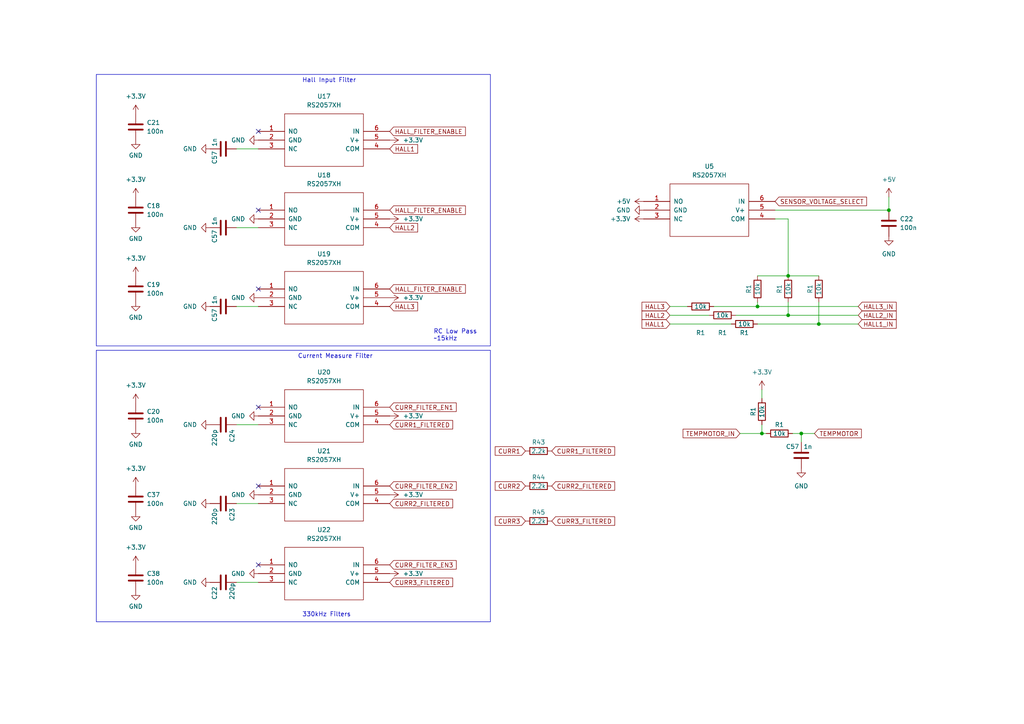
<source format=kicad_sch>
(kicad_sch (version 20230121) (generator eeschema)
  (paper "A4")
  (lib_symbols
    (symbol "Device:C" (pin_numbers hide) (pin_names (offset 0.254))
      (property "Reference" "C" (at 0.635 2.54 0))
      (property "Value" "C" (at 0.635 -2.54 0))
      (symbol "C_0_1"
        (polyline (pts (xy -2.032 -0.762) (xy 2.032 -0.762)) (stroke (width 0.508)))
        (polyline (pts (xy -2.032 0.762) (xy 2.032 0.762)) (stroke (width 0.508)))
      )
      (symbol "C_1_1"
        (pin passive line (at 0 3.81 270) (length 2.794) (name "~") (number "1"))
        (pin passive line (at 0 -3.81 90) (length 2.794) (name "~") (number "2"))
      )
    )
    (symbol "Device:R" (pin_numbers hide) (pin_names (offset 0))
      (property "Reference" "R" (at 2.032 0 90))
      (property "Value" "R" (at 0 0 90))
      (symbol "R_0_1"
        (rectangle (start -1.016 -2.54) (end 1.016 2.54) (stroke (width 0.254)))
      )
      (symbol "R_1_1"
        (pin passive line (at 0 3.81 270) (length 1.27) (name "~") (number "1"))
        (pin passive line (at 0 -3.81 90) (length 1.27) (name "~") (number "2"))
      )
    )
    (symbol "GigaVescSymbols:RS2057XH" (pin_names (offset 1.016))
      (property "Reference" "U" (at 0 -2.54 0))
      (property "Value" "RS2057XH" (at 0 -8.89 0))
      (symbol "RS2057XH_1_0"
        (rectangle (start -11.43 -7.62) (end 11.43 7.62))
      )
      (symbol "RS2057XH_1_1"
        (pin input line (at -19.05 2.54 0) (length 7.62) (name "NO") (number "1"))
        (pin input line (at -19.05 0 0) (length 7.62) (name "GND") (number "2"))
        (pin input line (at -19.05 -2.54 0) (length 7.62) (name "NC") (number "3"))
        (pin input line (at 19.05 -2.54 180) (length 7.62) (name "COM") (number "4"))
        (pin input line (at 19.05 0 180) (length 7.62) (name "V+") (number "5"))
        (pin input line (at 19.05 2.54 180) (length 7.62) (name "IN") (number "6"))
      )
    )
    (symbol "power:+3.3V" (power) (pin_names (offset 0))
      (property "Value" "+3.3V" (at 0 3.556 0))
      (symbol "+3.3V_0_1"
        (polyline (pts (xy -0.762 1.27) (xy 0 2.54)))
        (polyline (pts (xy 0 0) (xy 0 2.54)))
        (polyline (pts (xy 0 2.54) (xy 0.762 1.27)))
      )
      (symbol "+3.3V_1_1"
        (pin power_in line (at 0 0 90) (length 0) hide (name "+3.3V") (number "1"))
      )
    )
    (symbol "power:+5V" (power) (pin_names (offset 0))
      (property "Value" "+5V" (at 0 3.556 0))
      (symbol "+5V_0_1"
        (polyline (pts (xy -0.762 1.27) (xy 0 2.54)))
        (polyline (pts (xy 0 0) (xy 0 2.54)))
        (polyline (pts (xy 0 2.54) (xy 0.762 1.27)))
      )
      (symbol "+5V_1_1"
        (pin power_in line (at 0 0 90) (length 0) hide (name "+5V") (number "1"))
      )
    )
    (symbol "power:GND" (power) (pin_names (offset 0))
      (property "Value" "GND" (at 0 -3.81 0))
      (symbol "GND_0_1"
        (polyline (pts (xy 0 0) (xy 0 -1.27) (xy 1.27 -1.27) (xy 0 -2.54) (xy -1.27 -1.27) (xy 0 -1.27)))
      )
      (symbol "GND_1_1"
        (pin power_in line (at 0 0 270) (length 0) hide (name "GND") (number "1"))
      )
    )
  )
  (junction (at 219.71 88.9))
  (junction (at 257.81 60.96))
  (junction (at 228.6 91.44))
  (junction (at 237.49 93.98))
  (junction (at 228.6 80.01))
  (junction (at 232.41 125.73))
  (junction (at 220.98 125.73))
  (no_connect (at 74.93 140.97))
  (no_connect (at 74.93 83.82))
  (no_connect (at 74.93 118.11))
  (no_connect (at 74.93 38.1))
  (no_connect (at 74.93 163.83))
  (no_connect (at 74.93 60.96))
  (wire (pts (xy 213.36 91.44) (xy 228.6 91.44)))
  (wire (pts (xy 68.58 43.18) (xy 74.93 43.18)))
  (wire (pts (xy 257.81 57.15) (xy 257.81 60.96)))
  (wire (pts (xy 68.58 123.19) (xy 74.93 123.19)))
  (wire (pts (xy 68.58 88.9) (xy 74.93 88.9)))
  (wire (pts (xy 194.31 93.98) (xy 212.09 93.98)))
  (wire (pts (xy 207.01 88.9) (xy 219.71 88.9)))
  (wire (pts (xy 237.49 93.98) (xy 248.92 93.98)))
  (wire (pts (xy 214.63 125.73) (xy 220.98 125.73)))
  (wire (pts (xy 219.71 87.63) (xy 219.71 88.9)))
  (wire (pts (xy 68.58 66.04) (xy 74.93 66.04)))
  (wire (pts (xy 219.71 93.98) (xy 237.49 93.98)))
  (wire (pts (xy 219.71 88.9) (xy 248.92 88.9)))
  (wire (pts (xy 68.58 168.91) (xy 74.93 168.91)))
  (wire (pts (xy 224.79 60.96) (xy 257.81 60.96)))
  (wire (pts (xy 220.98 125.73) (xy 222.25 125.73)))
  (wire (pts (xy 229.87 125.73) (xy 232.41 125.73)))
  (wire (pts (xy 220.98 113.03) (xy 220.98 115.57)))
  (wire (pts (xy 228.6 91.44) (xy 248.92 91.44)))
  (wire (pts (xy 219.71 80.01) (xy 228.6 80.01)))
  (wire (pts (xy 237.49 87.63) (xy 237.49 93.98)))
  (wire (pts (xy 220.98 123.19) (xy 220.98 125.73)))
  (wire (pts (xy 194.31 88.9) (xy 199.39 88.9)))
  (wire (pts (xy 228.6 80.01) (xy 237.49 80.01)))
  (wire (pts (xy 228.6 87.63) (xy 228.6 91.44)))
  (wire (pts (xy 232.41 125.73) (xy 236.22 125.73)))
  (wire (pts (xy 228.6 63.5) (xy 228.6 80.01)))
  (wire (pts (xy 68.58 146.05) (xy 74.93 146.05)))
  (wire (pts (xy 232.41 125.73) (xy 232.41 128.27)))
  (wire (pts (xy 194.31 91.44) (xy 205.74 91.44)))
  (wire (pts (xy 224.79 63.5) (xy 228.6 63.5)))
  (rectangle (start 27.94 101.6) (end 142.24 180.34))
  (rectangle (start 27.94 21.59) (end 142.24 100.33))
  (text "330kHz Filters" (at 87.63 179.07 0) (effects (font (size 1.27 1.27)) (justify left bottom)))
  (text "Current Measure Filter" (at 86.36 104.14 0) (effects (font (size 1.27 1.27)) (justify left bottom)))
  (text "RC Low Pass\n~15kHz" (at 125.73 99.06 0) (effects (font (size 1.27 1.27)) (justify left bottom)))
  (text "Hall Input Filter" (at 87.63 24.13 0) (effects (font (size 1.27 1.27)) (justify left bottom)))
  (global_label "HALL2_IN" (shape input) (at 248.92 91.44 0) (property "Intersheetrefs" "${INTERSHEET_REFS}" (effects hide)))
  (global_label "CURR_FILTER_EN1" (shape input) (at 113.03 118.11 0) (property "Intersheetrefs" "${INTERSHEET_REFS}" (effects hide)))
  (global_label "CURR_FILTER_EN2" (shape input) (at 113.03 140.97 0) (property "Intersheetrefs" "${INTERSHEET_REFS}" (effects hide)))
  (global_label "CURR2" (shape input) (at 152.4 140.97 180) (property "Intersheetrefs" "${INTERSHEET_REFS}" (effects hide)))
  (global_label "CURR1_FILTERED" (shape input) (at 160.02 130.81 0) (property "Intersheetrefs" "${INTERSHEET_REFS}" (effects hide)))
  (global_label "SENSOR_VOLTAGE_SELECT" (shape input) (at 224.79 58.42 0) (property "Intersheetrefs" "${INTERSHEET_REFS}" (effects hide)))
  (global_label "TEMPMOTOR" (shape input) (at 236.22 125.73 0) (property "Intersheetrefs" "${INTERSHEET_REFS}" (effects hide)))
  (global_label "CURR3" (shape input) (at 152.4 151.13 180) (property "Intersheetrefs" "${INTERSHEET_REFS}" (effects hide)))
  (global_label "HALL2" (shape input) (at 113.03 66.04 0) (property "Intersheetrefs" "${INTERSHEET_REFS}" (effects hide)))
  (global_label "CURR1_FILTERED" (shape input) (at 113.03 123.19 0) (property "Intersheetrefs" "${INTERSHEET_REFS}" (effects hide)))
  (global_label "CURR_FILTER_EN3" (shape input) (at 113.03 163.83 0) (property "Intersheetrefs" "${INTERSHEET_REFS}" (effects hide)))
  (global_label "CURR2_FILTERED" (shape input) (at 160.02 140.97 0) (property "Intersheetrefs" "${INTERSHEET_REFS}" (effects hide)))
  (global_label "HALL_FILTER_ENABLE" (shape input) (at 113.03 83.82 0) (property "Intersheetrefs" "${INTERSHEET_REFS}" (effects hide)))
  (global_label "HALL3" (shape input) (at 113.03 88.9 0) (property "Intersheetrefs" "${INTERSHEET_REFS}" (effects hide)))
  (global_label "TEMPMOTOR_IN" (shape input) (at 214.63 125.73 180) (property "Intersheetrefs" "${INTERSHEET_REFS}" (effects hide)))
  (global_label "HALL_FILTER_ENABLE" (shape input) (at 113.03 38.1 0) (property "Intersheetrefs" "${INTERSHEET_REFS}" (effects hide)))
  (global_label "HALL1" (shape input) (at 194.31 93.98 180) (property "Intersheetrefs" "${INTERSHEET_REFS}" (effects hide)))
  (global_label "HALL1" (shape input) (at 113.03 43.18 0) (property "Intersheetrefs" "${INTERSHEET_REFS}" (effects hide)))
  (global_label "HALL2" (shape input) (at 194.31 91.44 180) (property "Intersheetrefs" "${INTERSHEET_REFS}" (effects hide)))
  (global_label "HALL3" (shape input) (at 194.31 88.9 180) (property "Intersheetrefs" "${INTERSHEET_REFS}" (effects hide)))
  (global_label "HALL3_IN" (shape input) (at 248.92 88.9 0) (property "Intersheetrefs" "${INTERSHEET_REFS}" (effects hide)))
  (global_label "HALL_FILTER_ENABLE" (shape input) (at 113.03 60.96 0) (property "Intersheetrefs" "${INTERSHEET_REFS}" (effects hide)))
  (global_label "HALL1_IN" (shape input) (at 248.92 93.98 0) (property "Intersheetrefs" "${INTERSHEET_REFS}" (effects hide)))
  (global_label "CURR2_FILTERED" (shape input) (at 113.03 146.05 0) (property "Intersheetrefs" "${INTERSHEET_REFS}" (effects hide)))
  (global_label "CURR3_FILTERED" (shape input) (at 160.02 151.13 0) (property "Intersheetrefs" "${INTERSHEET_REFS}" (effects hide)))
  (global_label "CURR3_FILTERED" (shape input) (at 113.03 168.91 0) (property "Intersheetrefs" "${INTERSHEET_REFS}" (effects hide)))
  (global_label "CURR1" (shape input) (at 152.4 130.81 180) (property "Intersheetrefs" "${INTERSHEET_REFS}" (effects hide)))
  (symbol (lib_id "power:GND") (at 39.37 148.59 0) (unit 1)
    (property "Reference" "#PWR0170" (effects hide))
    (property "Value" "GND" (at 39.37 153.035 0))
  )
  (symbol (lib_id "power:+5V") (at 186.69 58.42 90) (unit 1)
    (property "Reference" "#PWR031" (effects hide))
    (property "Value" "+5V" (at 182.88 58.42 90) (effects (justify left)))
  )
  (symbol (lib_id "power:+3.3V") (at 113.03 40.64 270) (unit 1)
    (property "Reference" "#PWR0149" (effects hide))
    (property "Value" "+3.3V" (at 116.84 40.64 90) (effects (justify left)))
  )
  (symbol (lib_id "Device:C") (at 257.81 64.77 0) (unit 1)
    (property "Reference" "C22" (at 260.985 63.5 0) (effects (justify left)))
    (property "Value" "100n" (at 260.985 66.04 0) (effects (justify left)))
    (property "Footprint" "GigaVescLibs:C_0603_1608Metric_L" (effects hide))
    (property "MPN" "C14663" (effects hide))
  )
  (symbol (lib_id "GigaVescSymbols:RS2057XH") (at 93.98 120.65 0) (unit 1)
    (property "Reference" "U20" (at 93.98 107.95 0))
    (property "Value" "RS2057XH" (at 93.98 110.49 0))
    (property "Footprint" "Package_TO_SOT_SMD:SOT-23-6" (effects hide))
    (property "Datasheet" "DOCUMENTATION" (effects hide))
    (property "MPN" "C255474" (effects hide))
    (property "JLCRotOffset" "-180" (effects hide))
  )
  (symbol (lib_id "power:+3.3V") (at 113.03 166.37 270) (unit 1)
    (property "Reference" "#PWR0165" (effects hide))
    (property "Value" "+3.3V" (at 116.84 166.37 90) (effects (justify left)))
  )
  (symbol (lib_id "Device:C") (at 39.37 36.83 0) (unit 1)
    (property "Reference" "C21" (at 42.545 35.56 0) (effects (justify left)))
    (property "Value" "100n" (at 42.545 38.1 0) (effects (justify left)))
    (property "Footprint" "GigaVescLibs:C_0603_1608Metric_L" (effects hide))
    (property "MPN" "C14663" (effects hide))
  )
  (symbol (lib_id "Device:R") (at 220.98 119.38 180) (unit 1)
    (property "Reference" "R1" (at 218.44 119.38 90))
    (property "Value" "10k" (at 220.98 119.38 90))
    (property "Footprint" "Resistor_SMD:R_0603_1608Metric" (effects hide))
    (property "MPN" "C25804" (effects hide))
    (instances (project "GigaMax" (path "" (reference "R1") (unit 1)) (path "" (reference "R50") (unit 1)) (path "" (reference "R16") (unit 1))))
  )
  (symbol (lib_id "GigaVescSymbols:RS2057XH") (at 93.98 143.51 0) (unit 1)
    (property "Reference" "U21" (at 93.98 130.81 0))
    (property "Value" "RS2057XH" (at 93.98 133.35 0))
    (property "Footprint" "Package_TO_SOT_SMD:SOT-23-6" (effects hide))
    (property "Datasheet" "DOCUMENTATION" (effects hide))
    (property "MPN" "C255474" (effects hide))
    (property "JLCRotOffset" "-180" (effects hide))
  )
  (symbol (lib_id "Device:R") (at 209.55 91.44 90) (unit 1)
    (property "Reference" "R1" (at 209.55 96.52 90))
    (property "Value" "10k" (at 209.55 91.44 90))
    (property "Footprint" "Resistor_SMD:R_0603_1608Metric" (effects hide))
    (property "MPN" "C25804" (effects hide))
    (instances (project "GigaMax" (path "" (reference "R1") (unit 1)) (path "" (reference "R50") (unit 1)) (path "" (reference "R8") (unit 1))))
  )
  (symbol (lib_id "Device:R") (at 226.06 125.73 90) (unit 1)
    (property "Reference" "R1" (at 226.06 123.19 90))
    (property "Value" "10k" (at 226.06 125.73 90))
    (property "Footprint" "Resistor_SMD:R_0603_1608Metric" (effects hide))
    (property "MPN" "C25804" (effects hide))
    (instances (project "GigaMax" (path "" (reference "R1") (unit 1)) (path "" (reference "R50") (unit 1)) (path "" (reference "R17") (unit 1))))
  )
  (symbol (lib_id "power:+3.3V") (at 220.98 113.03 0) (unit 1)
    (property "Reference" "#PWR03" (effects hide))
    (property "Value" "+3.3V" (at 220.98 107.95 0))
    (instances (project "GigaMax" (path "" (reference "#PWR03") (unit 1)) (path "" (reference "#PWR046") (unit 1)) (path "" (reference "#PWR046") (unit 1))))
  )
  (symbol (lib_id "GigaVescSymbols:RS2057XH") (at 93.98 166.37 0) (unit 1)
    (property "Reference" "U22" (at 93.98 153.67 0))
    (property "Value" "RS2057XH" (at 93.98 156.21 0))
    (property "Footprint" "Package_TO_SOT_SMD:SOT-23-6" (effects hide))
    (property "Datasheet" "DOCUMENTATION" (effects hide))
    (property "MPN" "C255474" (effects hide))
    (property "JLCRotOffset" "-180" (effects hide))
  )
  (symbol (lib_id "power:+3.3V") (at 39.37 33.02 0) (unit 1)
    (property "Reference" "#PWR028" (effects hide))
    (property "Value" "+3.3V" (at 39.37 27.94 0))
  )
  (symbol (lib_id "power:+5V") (at 257.81 57.15 0) (unit 1)
    (property "Reference" "#PWR033" (effects hide))
    (property "Value" "+5V" (at 257.81 52.07 0))
  )
  (symbol (lib_id "Device:R") (at 156.21 130.81 90) (unit 1)
    (property "Reference" "R43" (at 156.21 128.27 90))
    (property "Value" "2.2k" (at 156.21 130.81 90))
    (property "Footprint" "Resistor_SMD:R_0603_1608Metric" (effects hide))
    (property "MPN" "C4190" (effects hide))
    (instances (project "GigaVescDrivers" (path "" (reference "R43") (unit 1))) (project "GigaMax" (path "" (reference "R37") (unit 1)) (path "" (reference "R30") (unit 1))))
  )
  (symbol (lib_id "power:+3.3V") (at 113.03 143.51 270) (unit 1)
    (property "Reference" "#PWR0164" (effects hide))
    (property "Value" "+3.3V" (at 116.84 143.51 90) (effects (justify left)))
  )
  (symbol (lib_id "Device:C") (at 64.77 123.19 270) (unit 1)
    (property "Reference" "C24" (at 67.31 124.46 0) (effects (justify left)))
    (property "Value" "220p" (at 62.23 124.46 0) (effects (justify left)))
    (property "Footprint" "GigaVescLibs:C_0603_1608Metric_L" (effects hide))
    (property "MPN" "C1603" (effects hide))
    (instances (project "GigaVescDrivers" (path "" (reference "C24") (unit 1))) (project "GigaMax" (path "" (reference "C51") (unit 1)) (path "" (reference "C50") (unit 1))))
  )
  (symbol (lib_id "Device:C") (at 232.41 132.08 0) (unit 1)
    (property "Reference" "C57" (at 229.87 129.54 0))
    (property "Value" "1n" (at 234.315 129.54 0))
    (property "Footprint" "GigaVescLibs:C_0603_1608Metric_L" (effects hide))
    (property "MPN" "C1588" (effects hide))
    (instances (project "GigaMax" (path "" (reference "C57") (unit 1)) (path "" (reference "C25") (unit 1)) (path "" (reference "C25") (unit 1))))
  )
  (symbol (lib_id "power:GND") (at 74.93 86.36 270) (unit 1)
    (property "Reference" "#PWR011" (effects hide))
    (property "Value" "GND" (at 71.12 86.36 90) (effects (justify right)))
    (instances (project "GigaMax" (path "" (reference "#PWR011") (unit 1)) (path "" (reference "#PWR0155") (unit 1))))
  )
  (symbol (lib_id "power:GND") (at 74.93 143.51 270) (unit 1)
    (property "Reference" "#PWR011" (effects hide))
    (property "Value" "GND" (at 71.12 143.51 90) (effects (justify right)))
    (instances (project "GigaMax" (path "" (reference "#PWR011") (unit 1)) (path "" (reference "#PWR0161") (unit 1))))
  )
  (symbol (lib_id "power:+3.3V") (at 39.37 80.01 0) (unit 1)
    (property "Reference" "#PWR069" (effects hide))
    (property "Value" "+3.3V" (at 39.37 74.93 0))
  )
  (symbol (lib_id "Device:C") (at 64.77 88.9 90) (unit 1)
    (property "Reference" "C57" (at 62.23 91.44 0))
    (property "Value" "1n" (at 62.23 86.995 0))
    (property "Footprint" "GigaVescLibs:C_0603_1608Metric_L" (effects hide))
    (property "MPN" "C1588" (effects hide))
    (instances (project "GigaMax" (path "" (reference "C57") (unit 1)) (path "" (reference "C61") (unit 1))))
  )
  (symbol (lib_id "power:GND") (at 232.41 135.89 0) (unit 1)
    (property "Reference" "#PWR08" (effects hide))
    (property "Value" "GND" (at 232.41 140.97 0))
    (instances (project "GigaMax" (path "" (reference "#PWR08") (unit 1)) (path "" (reference "#PWR049") (unit 1)) (path "" (reference "#PWR049") (unit 1))))
  )
  (symbol (lib_id "power:GND") (at 257.81 68.58 0) (unit 1)
    (property "Reference" "#PWR011" (effects hide))
    (property "Value" "GND" (at 257.81 73.66 0))
    (instances (project "GigaMax" (path "" (reference "#PWR011") (unit 1)) (path "" (reference "#PWR034") (unit 1))))
  )
  (symbol (lib_id "power:GND") (at 60.96 146.05 270) (unit 1)
    (property "Reference" "#PWR0158" (effects hide))
    (property "Value" "GND" (at 57.15 146.05 90) (effects (justify right)))
  )
  (symbol (lib_id "GigaVescSymbols:RS2057XH") (at 93.98 63.5 0) (unit 1)
    (property "Reference" "U18" (at 93.98 50.8 0))
    (property "Value" "RS2057XH" (at 93.98 53.34 0))
    (property "Footprint" "Package_TO_SOT_SMD:SOT-23-6" (effects hide))
    (property "Datasheet" "DOCUMENTATION" (effects hide))
    (property "MPN" "C255474" (effects hide))
    (property "JLCRotOffset" "-180" (effects hide))
  )
  (symbol (lib_id "Device:C") (at 39.37 167.64 0) (unit 1)
    (property "Reference" "C38" (at 42.545 166.37 0) (effects (justify left)))
    (property "Value" "100n" (at 42.545 168.91 0) (effects (justify left)))
    (property "Footprint" "GigaVescLibs:C_0603_1608Metric_L" (effects hide))
    (property "MPN" "C14663" (effects hide))
  )
  (symbol (lib_id "GigaVescSymbols:RS2057XH") (at 93.98 40.64 0) (unit 1)
    (property "Reference" "U17" (at 93.98 27.94 0))
    (property "Value" "RS2057XH" (at 93.98 30.48 0))
    (property "Footprint" "Package_TO_SOT_SMD:SOT-23-6" (effects hide))
    (property "Datasheet" "DOCUMENTATION" (effects hide))
    (property "MPN" "C255474" (effects hide))
    (property "JLCRotOffset" "-180" (effects hide))
  )
  (symbol (lib_id "power:GND") (at 74.93 120.65 270) (unit 1)
    (property "Reference" "#PWR011" (effects hide))
    (property "Value" "GND" (at 71.12 120.65 90) (effects (justify right)))
    (instances (project "GigaMax" (path "" (reference "#PWR011") (unit 1)) (path "" (reference "#PWR0160") (unit 1))))
  )
  (symbol (lib_id "Device:R") (at 156.21 140.97 90) (unit 1)
    (property "Reference" "R44" (at 156.21 138.43 90))
    (property "Value" "2.2k" (at 156.21 140.97 90))
    (property "Footprint" "Resistor_SMD:R_0603_1608Metric" (effects hide))
    (property "MPN" "C4190" (effects hide))
    (instances (project "GigaVescDrivers" (path "" (reference "R44") (unit 1))) (project "GigaMax" (path "" (reference "R38") (unit 1)) (path "" (reference "R37") (unit 1))))
  )
  (symbol (lib_id "power:+3.3V") (at 113.03 63.5 270) (unit 1)
    (property "Reference" "#PWR0153" (effects hide))
    (property "Value" "+3.3V" (at 116.84 63.5 90) (effects (justify left)))
  )
  (symbol (lib_id "power:+3.3V") (at 39.37 163.83 0) (unit 1)
    (property "Reference" "#PWR0171" (effects hide))
    (property "Value" "+3.3V" (at 39.37 158.75 0))
  )
  (symbol (lib_id "Device:C") (at 64.77 168.91 90) (unit 1)
    (property "Reference" "C22" (at 62.23 173.99 0) (effects (justify left)))
    (property "Value" "220p" (at 67.31 173.99 0) (effects (justify left)))
    (property "Footprint" "GigaVescLibs:C_0603_1608Metric_L" (effects hide))
    (property "MPN" "C1603" (effects hide))
    (instances (project "GigaVescDrivers" (path "" (reference "C22") (unit 1))) (project "GigaMax" (path "" (reference "C49") (unit 1)) (path "" (reference "C29") (unit 1))))
  )
  (symbol (lib_id "power:+3.3V") (at 39.37 57.15 0) (unit 1)
    (property "Reference" "#PWR026" (effects hide))
    (property "Value" "+3.3V" (at 39.37 52.07 0))
  )
  (symbol (lib_id "Device:C") (at 64.77 146.05 270) (unit 1)
    (property "Reference" "C23" (at 67.31 147.32 0) (effects (justify left)))
    (property "Value" "220p" (at 62.23 147.32 0) (effects (justify left)))
    (property "Footprint" "GigaVescLibs:C_0603_1608Metric_L" (effects hide))
    (property "MPN" "C1603" (effects hide))
    (instances (project "GigaVescDrivers" (path "" (reference "C23") (unit 1))) (project "GigaMax" (path "" (reference "C50") (unit 1)) (path "" (reference "C49") (unit 1))))
  )
  (symbol (lib_id "Device:C") (at 39.37 60.96 0) (unit 1)
    (property "Reference" "C18" (at 42.545 59.69 0) (effects (justify left)))
    (property "Value" "100n" (at 42.545 62.23 0) (effects (justify left)))
    (property "Footprint" "GigaVescLibs:C_0603_1608Metric_L" (effects hide))
    (property "MPN" "C14663" (effects hide))
  )
  (symbol (lib_id "Device:R") (at 215.9 93.98 90) (unit 1)
    (property "Reference" "R1" (at 215.9 96.52 90))
    (property "Value" "10k" (at 215.9 93.98 90))
    (property "Footprint" "Resistor_SMD:R_0603_1608Metric" (effects hide))
    (property "MPN" "C25804" (effects hide))
    (instances (project "GigaMax" (path "" (reference "R1") (unit 1)) (path "" (reference "R50") (unit 1)) (path "" (reference "R9") (unit 1))))
  )
  (symbol (lib_id "power:+3.3V") (at 113.03 86.36 270) (unit 1)
    (property "Reference" "#PWR0156" (effects hide))
    (property "Value" "+3.3V" (at 116.84 86.36 90) (effects (justify left)))
  )
  (symbol (lib_id "Device:C") (at 64.77 43.18 90) (unit 1)
    (property "Reference" "C57" (at 62.23 45.72 0))
    (property "Value" "1n" (at 62.23 41.275 0))
    (property "Footprint" "GigaVescLibs:C_0603_1608Metric_L" (effects hide))
    (property "MPN" "C1588" (effects hide))
    (instances (project "GigaMax" (path "" (reference "C57") (unit 1)) (path "" (reference "C51") (unit 1))))
  )
  (symbol (lib_id "Device:R") (at 219.71 83.82 180) (unit 1)
    (property "Reference" "R1" (at 217.17 83.82 90))
    (property "Value" "10k" (at 219.71 83.82 90))
    (property "Footprint" "Resistor_SMD:R_0603_1608Metric" (effects hide))
    (property "MPN" "C25804" (effects hide))
    (instances (project "GigaMax" (path "" (reference "R1") (unit 1)) (path "" (reference "R50") (unit 1)) (path "" (reference "R10") (unit 1))))
  )
  (symbol (lib_id "power:GND") (at 74.93 40.64 270) (unit 1)
    (property "Reference" "#PWR011" (effects hide))
    (property "Value" "GND" (at 71.12 40.64 90) (effects (justify right)))
    (instances (project "GigaMax" (path "" (reference "#PWR011") (unit 1)) (path "" (reference "#PWR0121") (unit 1))))
  )
  (symbol (lib_id "Device:R") (at 156.21 151.13 90) (unit 1)
    (property "Reference" "R45" (at 156.21 148.59 90))
    (property "Value" "2.2k" (at 156.21 151.13 90))
    (property "Footprint" "Resistor_SMD:R_0603_1608Metric" (effects hide))
    (property "MPN" "C4190" (effects hide))
    (instances (project "GigaVescDrivers" (path "" (reference "R45") (unit 1))) (project "GigaMax" (path "" (reference "R39") (unit 1)) (path "" (reference "R38") (unit 1))))
  )
  (symbol (lib_id "power:+3.3V") (at 39.37 140.97 0) (unit 1)
    (property "Reference" "#PWR0169" (effects hide))
    (property "Value" "+3.3V" (at 39.37 135.89 0))
  )
  (symbol (lib_id "GigaVescSymbols:RS2057XH") (at 93.98 86.36 0) (unit 1)
    (property "Reference" "U19" (at 93.98 73.66 0))
    (property "Value" "RS2057XH" (at 93.98 76.2 0))
    (property "Footprint" "Package_TO_SOT_SMD:SOT-23-6" (effects hide))
    (property "Datasheet" "DOCUMENTATION" (effects hide))
    (property "MPN" "C255474" (effects hide))
    (property "JLCRotOffset" "-180" (effects hide))
  )
  (symbol (lib_id "power:GND") (at 186.69 60.96 270) (unit 1)
    (property "Reference" "#PWR011" (effects hide))
    (property "Value" "GND" (at 182.88 60.96 90) (effects (justify right)))
    (instances (project "GigaMax" (path "" (reference "#PWR011") (unit 1)) (path "" (reference "#PWR032") (unit 1))))
  )
  (symbol (lib_id "power:GND") (at 60.96 123.19 270) (unit 1)
    (property "Reference" "#PWR0157" (effects hide))
    (property "Value" "GND" (at 57.15 123.19 90) (effects (justify right)))
  )
  (symbol (lib_id "Device:R") (at 237.49 83.82 180) (unit 1)
    (property "Reference" "R1" (at 234.95 83.82 90))
    (property "Value" "10k" (at 237.49 83.82 90))
    (property "Footprint" "Resistor_SMD:R_0603_1608Metric" (effects hide))
    (property "MPN" "C25804" (effects hide))
    (instances (project "GigaMax" (path "" (reference "R1") (unit 1)) (path "" (reference "R50") (unit 1)) (path "" (reference "R12") (unit 1))))
  )
  (symbol (lib_id "power:GND") (at 60.96 88.9 270) (unit 1)
    (property "Reference" "#PWR0154" (effects hide))
    (property "Value" "GND" (at 57.15 88.9 90) (effects (justify right)))
  )
  (symbol (lib_id "power:GND") (at 39.37 124.46 0) (unit 1)
    (property "Reference" "#PWR0168" (effects hide))
    (property "Value" "GND" (at 39.37 128.905 0))
  )
  (symbol (lib_id "power:GND") (at 74.93 166.37 270) (unit 1)
    (property "Reference" "#PWR011" (effects hide))
    (property "Value" "GND" (at 71.12 166.37 90) (effects (justify right)))
    (instances (project "GigaMax" (path "" (reference "#PWR011") (unit 1)) (path "" (reference "#PWR0162") (unit 1))))
  )
  (symbol (lib_id "power:GND") (at 60.96 168.91 270) (unit 1)
    (property "Reference" "#PWR0159" (effects hide))
    (property "Value" "GND" (at 57.15 168.91 90) (effects (justify right)))
  )
  (symbol (lib_id "power:GND") (at 60.96 66.04 270) (unit 1)
    (property "Reference" "#PWR0151" (effects hide))
    (property "Value" "GND" (at 57.15 66.04 90) (effects (justify right)))
  )
  (symbol (lib_id "power:GND") (at 60.96 43.18 270) (unit 1)
    (property "Reference" "#PWR0150" (effects hide))
    (property "Value" "GND" (at 57.15 43.18 90) (effects (justify right)))
  )
  (symbol (lib_id "power:GND") (at 39.37 171.45 0) (unit 1)
    (property "Reference" "#PWR0172" (effects hide))
    (property "Value" "GND" (at 39.37 175.895 0))
  )
  (symbol (lib_id "power:GND") (at 39.37 87.63 0) (unit 1)
    (property "Reference" "#PWR0166" (effects hide))
    (property "Value" "GND" (at 39.37 92.075 0))
  )
  (symbol (lib_id "GigaVescSymbols:RS2057XH") (at 205.74 60.96 0) (unit 1)
    (property "Reference" "U5" (at 205.74 48.26 0))
    (property "Value" "RS2057XH" (at 205.74 50.8 0))
    (property "Footprint" "Package_TO_SOT_SMD:SOT-23-6" (effects hide))
    (property "Datasheet" "DOCUMENTATION" (effects hide))
    (property "MPN" "C255474" (effects hide))
    (property "JLCRotOffset" "-180" (effects hide))
  )
  (symbol (lib_id "power:+3.3V") (at 113.03 120.65 270) (unit 1)
    (property "Reference" "#PWR0163" (effects hide))
    (property "Value" "+3.3V" (at 116.84 120.65 90) (effects (justify left)))
  )
  (symbol (lib_id "Device:C") (at 39.37 120.65 0) (unit 1)
    (property "Reference" "C20" (at 42.545 119.38 0) (effects (justify left)))
    (property "Value" "100n" (at 42.545 121.92 0) (effects (justify left)))
    (property "Footprint" "GigaVescLibs:C_0603_1608Metric_L" (effects hide))
    (property "MPN" "C14663" (effects hide))
  )
  (symbol (lib_id "Device:C") (at 39.37 144.78 0) (unit 1)
    (property "Reference" "C37" (at 42.545 143.51 0) (effects (justify left)))
    (property "Value" "100n" (at 42.545 146.05 0) (effects (justify left)))
    (property "Footprint" "GigaVescLibs:C_0603_1608Metric_L" (effects hide))
    (property "MPN" "C14663" (effects hide))
  )
  (symbol (lib_id "power:+3.3V") (at 186.69 63.5 90) (unit 1)
    (property "Reference" "#PWR030" (effects hide))
    (property "Value" "+3.3V" (at 182.88 63.5 90) (effects (justify left)))
  )
  (symbol (lib_id "Device:R") (at 203.2 88.9 90) (unit 1)
    (property "Reference" "R1" (at 203.2 96.52 90))
    (property "Value" "10k" (at 203.2 88.9 90))
    (property "Footprint" "Resistor_SMD:R_0603_1608Metric" (effects hide))
    (property "MPN" "C25804" (effects hide))
    (instances (project "GigaMax" (path "" (reference "R1") (unit 1)) (path "" (reference "R50") (unit 1)) (path "" (reference "R7") (unit 1))))
  )
  (symbol (lib_id "Device:C") (at 39.37 83.82 0) (unit 1)
    (property "Reference" "C19" (at 42.545 82.55 0) (effects (justify left)))
    (property "Value" "100n" (at 42.545 85.09 0) (effects (justify left)))
    (property "Footprint" "GigaVescLibs:C_0603_1608Metric_L" (effects hide))
    (property "MPN" "C14663" (effects hide))
  )
  (symbol (lib_id "power:GND") (at 39.37 64.77 0) (unit 1)
    (property "Reference" "#PWR027" (effects hide))
    (property "Value" "GND" (at 39.37 69.215 0))
  )
  (symbol (lib_id "Device:R") (at 228.6 83.82 180) (unit 1)
    (property "Reference" "R1" (at 226.06 83.82 90))
    (property "Value" "10k" (at 228.6 83.82 90))
    (property "Footprint" "Resistor_SMD:R_0603_1608Metric" (effects hide))
    (property "MPN" "C25804" (effects hide))
    (instances (project "GigaMax" (path "" (reference "R1") (unit 1)) (path "" (reference "R50") (unit 1)) (path "" (reference "R11") (unit 1))))
  )
  (symbol (lib_id "power:GND") (at 74.93 63.5 270) (unit 1)
    (property "Reference" "#PWR011" (effects hide))
    (property "Value" "GND" (at 71.12 63.5 90) (effects (justify right)))
    (instances (project "GigaMax" (path "" (reference "#PWR011") (unit 1)) (path "" (reference "#PWR0152") (unit 1))))
  )
  (symbol (lib_id "Device:C") (at 64.77 66.04 90) (unit 1)
    (property "Reference" "C57" (at 62.23 68.58 0))
    (property "Value" "1n" (at 62.23 64.135 0))
    (property "Footprint" "GigaVescLibs:C_0603_1608Metric_L" (effects hide))
    (property "MPN" "C1588" (effects hide))
    (instances (project "GigaMax" (path "" (reference "C57") (unit 1)) (path "" (reference "C56") (unit 1))))
  )
  (symbol (lib_id "power:+3.3V") (at 39.37 116.84 0) (unit 1)
    (property "Reference" "#PWR0167" (effects hide))
    (property "Value" "+3.3V" (at 39.37 111.76 0))
  )
  (symbol (lib_id "power:GND") (at 39.37 40.64 0) (unit 1)
    (property "Reference" "#PWR029" (effects hide))
    (property "Value" "GND" (at 39.37 45.085 0))
  )
)
</source>
